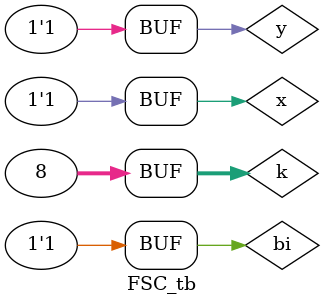
<source format=v>
module FSC(
    input bi, x, y, 
    output z, bo 
);
    assign z = x ^ y ^ bi;
    assign bo = (~x & y) | (~x & bi) | (y & bi);
endmodule

module FSC_tb;
    reg bi, x, y;
    wire z, bo;

    FSC inst(.bi(bi), .x(x), .y(y), .z(z), .bo(bo));

    initial begin
        $display("bi\tx\ty\t|\tbo\tz");
        $monitor("%b\t%b\t%b\t|\t%b\t%b", bi, x, y, bo, z);
    end

    integer k;
    initial begin
        {bi, x, y} = 0;
        for ( k = 1 ; k < 8 ; k = k+1)
            #10 {bi, x, y} = k;
    end
endmodule
</source>
